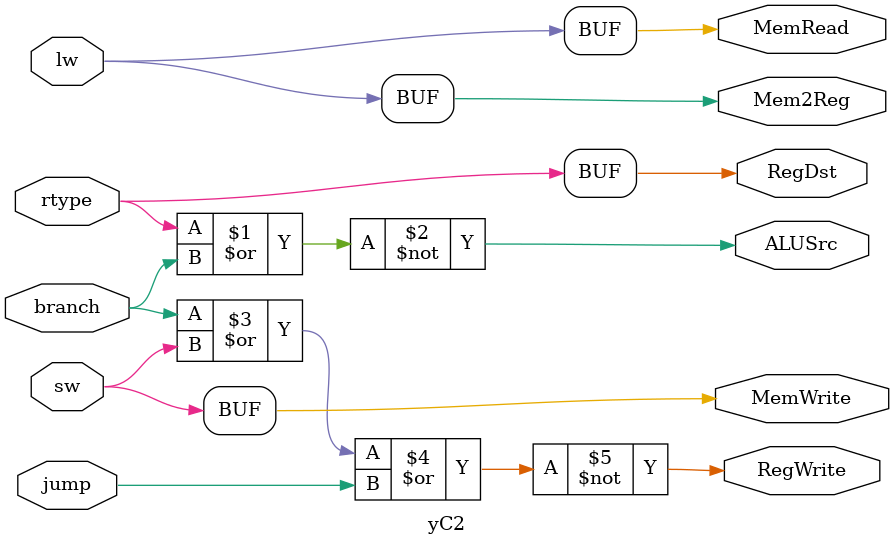
<source format=v>
module yC2(RegDst, ALUSrc, RegWrite, Mem2Reg, MemRead, MemWrite, rtype, lw, sw, branch, jump);
output RegDst, ALUSrc, RegWrite, Mem2Reg, MemRead, MemWrite;
input rtype, lw, sw, branch, jump;

assign RegDst = rtype;
nor (ALUSrc, rtype, branch);
nor (RegWrite, branch, sw, jump);
assign Mem2Reg = lw;
assign MemRead = lw;
assign MemWrite = sw;

endmodule

</source>
